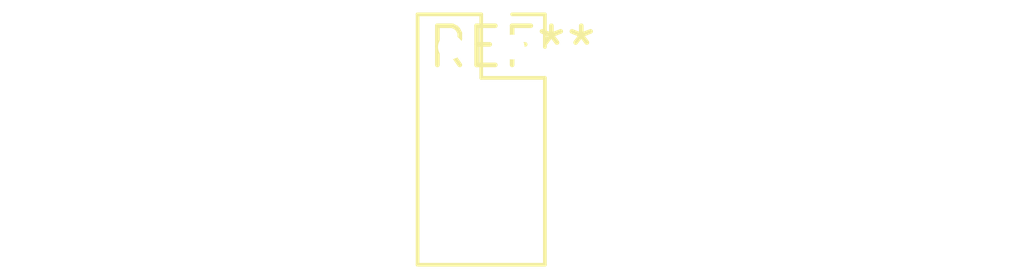
<source format=kicad_pcb>
(kicad_pcb (version 20240108) (generator pcbnew)
  (layers (0 "F.Cu" signal) (31 "B.Cu" signal) (34 "B.Paste" user) (35 "F.Paste" user) (36 "B.SilkS" user "B.Silkscreen") (37 "F.SilkS" user "F.Silkscreen") (38 "B.Mask" user) (39 "F.Mask" user) (44 "Edge.Cuts" user))
  (net 0 "")
  (footprint "PinSocket_2x04_P2.00mm_Vertical" (layer "F.Cu") (at 0 0)
    (property "Reference" "REF**")
    (property "Value" "PinSocket_2x04_P2.00mm_Vertical")
    (fp_line (start -3.06 -1.06) (end -3.06 7.06) (layer "F.SilkS") (stroke (width 0.12)))
    (fp_line (start -3.06 -1.06) (end -1 -1.06) (layer "F.SilkS") (stroke (width 0.12)))
    (fp_line (start -3.06 7.06) (end 1.06 7.06) (layer "F.SilkS") (stroke (width 0.12)))
    (fp_line (start -1 -1.06) (end -1 1) (layer "F.SilkS") (stroke (width 0.12)))
    (fp_line (start -1 1) (end 1.06 1) (layer "F.SilkS") (stroke (width 0.12)))
    (fp_line (start 0 -1.06) (end 1.06 -1.06) (layer "F.SilkS") (stroke (width 0.12)))
    (fp_line (start 1.06 -1.06) (end 1.06 0) (layer "F.SilkS") (stroke (width 0.12)))
    (fp_line (start 1.06 1) (end 1.06 7.06) (layer "F.SilkS") (stroke (width 0.12)))
    (pad "1" thru_hole rect (at 0 0) (size 1.35 1.35) (drill 0.8) (layers *.Cu *.Mask) (remove_unused_layers))
    (pad "2" thru_hole oval (at -2 0) (size 1.35 1.35) (drill 0.8) (layers *.Cu *.Mask) (remove_unused_layers))
    (pad "3" thru_hole oval (at 0 2) (size 1.35 1.35) (drill 0.8) (layers *.Cu *.Mask) (remove_unused_layers))
    (pad "4" thru_hole oval (at -2 2) (size 1.35 1.35) (drill 0.8) (layers *.Cu *.Mask) (remove_unused_layers))
    (pad "5" thru_hole oval (at 0 4) (size 1.35 1.35) (drill 0.8) (layers *.Cu *.Mask) (remove_unused_layers))
    (pad "6" thru_hole oval (at -2 4) (size 1.35 1.35) (drill 0.8) (layers *.Cu *.Mask) (remove_unused_layers))
    (pad "7" thru_hole oval (at 0 6) (size 1.35 1.35) (drill 0.8) (layers *.Cu *.Mask) (remove_unused_layers))
    (pad "8" thru_hole oval (at -2 6) (size 1.35 1.35) (drill 0.8) (layers *.Cu *.Mask) (remove_unused_layers))
  )
)
</source>
